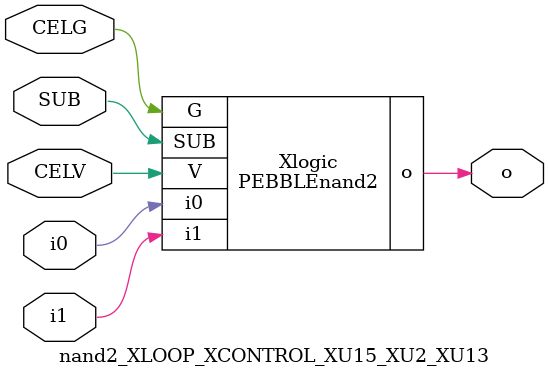
<source format=v>



module PEBBLEnand2 ( o, G, SUB, V, i0, i1 );

  input i0;
  input V;
  input i1;
  input G;
  output o;
  input SUB;
endmodule

//Celera Confidential Do Not Copy nand2_XLOOP_XCONTROL_XU15_XU2_XU13
//Celera Confidential Symbol Generator
//5V NAND2
module nand2_XLOOP_XCONTROL_XU15_XU2_XU13 (CELV,CELG,i0,i1,o,SUB);
input CELV;
input CELG;
input i0;
input i1;
input SUB;
output o;

//Celera Confidential Do Not Copy nand2
PEBBLEnand2 Xlogic(
.V (CELV),
.i0 (i0),
.i1 (i1),
.o (o),
.SUB (SUB),
.G (CELG)
);
//,diesize,PEBBLEnand2

//Celera Confidential Do Not Copy Module End
//Celera Schematic Generator
endmodule

</source>
